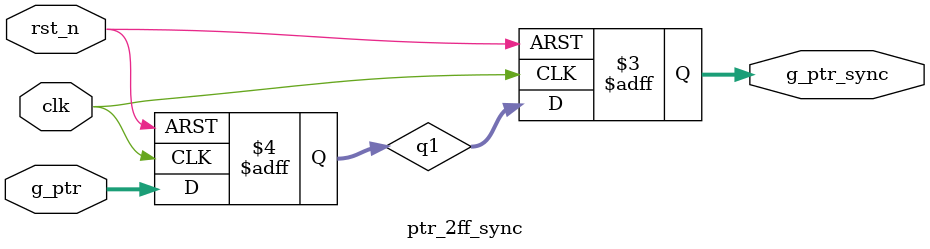
<source format=v>
`timescale 1ns / 1ps

module ptr_2ff_sync(input            clk,
                    input            rst_n,
                    input      [3:0] g_ptr,
                    output reg [3:0] g_ptr_sync
                    );

        reg [3:0] q1;        //Output after the first flip flop in the 2 flop synchronizer.
        
        always@(posedge clk or negedge rst_n) begin
            if (!rst_n) begin
                q1 <= 0;
                g_ptr_sync <= 0;
            end
            else begin
                q1 <= g_ptr;
                g_ptr_sync <= q1;            
            end
        end      
endmodule

</source>
